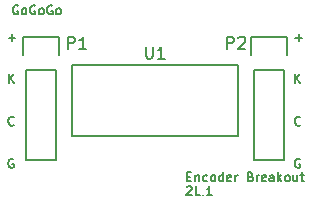
<source format=gto>
G04 #@! TF.FileFunction,Legend,Top*
%FSLAX46Y46*%
G04 Gerber Fmt 4.6, Leading zero omitted, Abs format (unit mm)*
G04 Created by KiCad (PCBNEW 4.0.1-2.201512121406+6195~38~ubuntu14.04.1-stable) date Tue 19 Apr 2016 08:35:01 PM CEST*
%MOMM*%
G01*
G04 APERTURE LIST*
%ADD10C,0.150000*%
%ADD11C,0.127000*%
G04 APERTURE END LIST*
D10*
D11*
X123516571Y-75819000D02*
X123444000Y-75782714D01*
X123335143Y-75782714D01*
X123226286Y-75819000D01*
X123153714Y-75891571D01*
X123117429Y-75964143D01*
X123081143Y-76109286D01*
X123081143Y-76218143D01*
X123117429Y-76363286D01*
X123153714Y-76435857D01*
X123226286Y-76508429D01*
X123335143Y-76544714D01*
X123407714Y-76544714D01*
X123516571Y-76508429D01*
X123552857Y-76472143D01*
X123552857Y-76218143D01*
X123407714Y-76218143D01*
X123988286Y-76544714D02*
X123915714Y-76508429D01*
X123879429Y-76472143D01*
X123843143Y-76399571D01*
X123843143Y-76181857D01*
X123879429Y-76109286D01*
X123915714Y-76073000D01*
X123988286Y-76036714D01*
X124097143Y-76036714D01*
X124169714Y-76073000D01*
X124206000Y-76109286D01*
X124242286Y-76181857D01*
X124242286Y-76399571D01*
X124206000Y-76472143D01*
X124169714Y-76508429D01*
X124097143Y-76544714D01*
X123988286Y-76544714D01*
X124968000Y-75819000D02*
X124895429Y-75782714D01*
X124786572Y-75782714D01*
X124677715Y-75819000D01*
X124605143Y-75891571D01*
X124568858Y-75964143D01*
X124532572Y-76109286D01*
X124532572Y-76218143D01*
X124568858Y-76363286D01*
X124605143Y-76435857D01*
X124677715Y-76508429D01*
X124786572Y-76544714D01*
X124859143Y-76544714D01*
X124968000Y-76508429D01*
X125004286Y-76472143D01*
X125004286Y-76218143D01*
X124859143Y-76218143D01*
X125439715Y-76544714D02*
X125367143Y-76508429D01*
X125330858Y-76472143D01*
X125294572Y-76399571D01*
X125294572Y-76181857D01*
X125330858Y-76109286D01*
X125367143Y-76073000D01*
X125439715Y-76036714D01*
X125548572Y-76036714D01*
X125621143Y-76073000D01*
X125657429Y-76109286D01*
X125693715Y-76181857D01*
X125693715Y-76399571D01*
X125657429Y-76472143D01*
X125621143Y-76508429D01*
X125548572Y-76544714D01*
X125439715Y-76544714D01*
X126419429Y-75819000D02*
X126346858Y-75782714D01*
X126238001Y-75782714D01*
X126129144Y-75819000D01*
X126056572Y-75891571D01*
X126020287Y-75964143D01*
X125984001Y-76109286D01*
X125984001Y-76218143D01*
X126020287Y-76363286D01*
X126056572Y-76435857D01*
X126129144Y-76508429D01*
X126238001Y-76544714D01*
X126310572Y-76544714D01*
X126419429Y-76508429D01*
X126455715Y-76472143D01*
X126455715Y-76218143D01*
X126310572Y-76218143D01*
X126891144Y-76544714D02*
X126818572Y-76508429D01*
X126782287Y-76472143D01*
X126746001Y-76399571D01*
X126746001Y-76181857D01*
X126782287Y-76109286D01*
X126818572Y-76073000D01*
X126891144Y-76036714D01*
X127000001Y-76036714D01*
X127072572Y-76073000D01*
X127108858Y-76109286D01*
X127145144Y-76181857D01*
X127145144Y-76399571D01*
X127108858Y-76472143D01*
X127072572Y-76508429D01*
X127000001Y-76544714D01*
X126891144Y-76544714D01*
X137849429Y-90280671D02*
X138103429Y-90280671D01*
X138212286Y-90679814D02*
X137849429Y-90679814D01*
X137849429Y-89917814D01*
X138212286Y-89917814D01*
X138538858Y-90171814D02*
X138538858Y-90679814D01*
X138538858Y-90244386D02*
X138575143Y-90208100D01*
X138647715Y-90171814D01*
X138756572Y-90171814D01*
X138829143Y-90208100D01*
X138865429Y-90280671D01*
X138865429Y-90679814D01*
X139554858Y-90643529D02*
X139482287Y-90679814D01*
X139337144Y-90679814D01*
X139264572Y-90643529D01*
X139228287Y-90607243D01*
X139192001Y-90534671D01*
X139192001Y-90316957D01*
X139228287Y-90244386D01*
X139264572Y-90208100D01*
X139337144Y-90171814D01*
X139482287Y-90171814D01*
X139554858Y-90208100D01*
X139990287Y-90679814D02*
X139917715Y-90643529D01*
X139881430Y-90607243D01*
X139845144Y-90534671D01*
X139845144Y-90316957D01*
X139881430Y-90244386D01*
X139917715Y-90208100D01*
X139990287Y-90171814D01*
X140099144Y-90171814D01*
X140171715Y-90208100D01*
X140208001Y-90244386D01*
X140244287Y-90316957D01*
X140244287Y-90534671D01*
X140208001Y-90607243D01*
X140171715Y-90643529D01*
X140099144Y-90679814D01*
X139990287Y-90679814D01*
X140897430Y-90679814D02*
X140897430Y-89917814D01*
X140897430Y-90643529D02*
X140824859Y-90679814D01*
X140679716Y-90679814D01*
X140607144Y-90643529D01*
X140570859Y-90607243D01*
X140534573Y-90534671D01*
X140534573Y-90316957D01*
X140570859Y-90244386D01*
X140607144Y-90208100D01*
X140679716Y-90171814D01*
X140824859Y-90171814D01*
X140897430Y-90208100D01*
X141550573Y-90643529D02*
X141478002Y-90679814D01*
X141332859Y-90679814D01*
X141260288Y-90643529D01*
X141224002Y-90570957D01*
X141224002Y-90280671D01*
X141260288Y-90208100D01*
X141332859Y-90171814D01*
X141478002Y-90171814D01*
X141550573Y-90208100D01*
X141586859Y-90280671D01*
X141586859Y-90353243D01*
X141224002Y-90425814D01*
X141913431Y-90679814D02*
X141913431Y-90171814D01*
X141913431Y-90316957D02*
X141949716Y-90244386D01*
X141986002Y-90208100D01*
X142058573Y-90171814D01*
X142131145Y-90171814D01*
X143219716Y-90280671D02*
X143328573Y-90316957D01*
X143364858Y-90353243D01*
X143401144Y-90425814D01*
X143401144Y-90534671D01*
X143364858Y-90607243D01*
X143328573Y-90643529D01*
X143256001Y-90679814D01*
X142965716Y-90679814D01*
X142965716Y-89917814D01*
X143219716Y-89917814D01*
X143292287Y-89954100D01*
X143328573Y-89990386D01*
X143364858Y-90062957D01*
X143364858Y-90135529D01*
X143328573Y-90208100D01*
X143292287Y-90244386D01*
X143219716Y-90280671D01*
X142965716Y-90280671D01*
X143727716Y-90679814D02*
X143727716Y-90171814D01*
X143727716Y-90316957D02*
X143764001Y-90244386D01*
X143800287Y-90208100D01*
X143872858Y-90171814D01*
X143945430Y-90171814D01*
X144489715Y-90643529D02*
X144417144Y-90679814D01*
X144272001Y-90679814D01*
X144199430Y-90643529D01*
X144163144Y-90570957D01*
X144163144Y-90280671D01*
X144199430Y-90208100D01*
X144272001Y-90171814D01*
X144417144Y-90171814D01*
X144489715Y-90208100D01*
X144526001Y-90280671D01*
X144526001Y-90353243D01*
X144163144Y-90425814D01*
X145179144Y-90679814D02*
X145179144Y-90280671D01*
X145142858Y-90208100D01*
X145070287Y-90171814D01*
X144925144Y-90171814D01*
X144852573Y-90208100D01*
X145179144Y-90643529D02*
X145106573Y-90679814D01*
X144925144Y-90679814D01*
X144852573Y-90643529D01*
X144816287Y-90570957D01*
X144816287Y-90498386D01*
X144852573Y-90425814D01*
X144925144Y-90389529D01*
X145106573Y-90389529D01*
X145179144Y-90353243D01*
X145542002Y-90679814D02*
X145542002Y-89917814D01*
X145614573Y-90389529D02*
X145832287Y-90679814D01*
X145832287Y-90171814D02*
X145542002Y-90462100D01*
X146267716Y-90679814D02*
X146195144Y-90643529D01*
X146158859Y-90607243D01*
X146122573Y-90534671D01*
X146122573Y-90316957D01*
X146158859Y-90244386D01*
X146195144Y-90208100D01*
X146267716Y-90171814D01*
X146376573Y-90171814D01*
X146449144Y-90208100D01*
X146485430Y-90244386D01*
X146521716Y-90316957D01*
X146521716Y-90534671D01*
X146485430Y-90607243D01*
X146449144Y-90643529D01*
X146376573Y-90679814D01*
X146267716Y-90679814D01*
X147174859Y-90171814D02*
X147174859Y-90679814D01*
X146848288Y-90171814D02*
X146848288Y-90570957D01*
X146884573Y-90643529D01*
X146957145Y-90679814D01*
X147066002Y-90679814D01*
X147138573Y-90643529D01*
X147174859Y-90607243D01*
X147428859Y-90171814D02*
X147719145Y-90171814D01*
X147537717Y-89917814D02*
X147537717Y-90570957D01*
X147574002Y-90643529D01*
X147646574Y-90679814D01*
X147719145Y-90679814D01*
X137813143Y-91184186D02*
X137849429Y-91147900D01*
X137922000Y-91111614D01*
X138103429Y-91111614D01*
X138176000Y-91147900D01*
X138212286Y-91184186D01*
X138248571Y-91256757D01*
X138248571Y-91329329D01*
X138212286Y-91438186D01*
X137776857Y-91873614D01*
X138248571Y-91873614D01*
X138938000Y-91873614D02*
X138575143Y-91873614D01*
X138575143Y-91111614D01*
X139192000Y-91801043D02*
X139228285Y-91837329D01*
X139192000Y-91873614D01*
X139155714Y-91837329D01*
X139192000Y-91801043D01*
X139192000Y-91873614D01*
X139953999Y-91873614D02*
X139518571Y-91873614D01*
X139736285Y-91873614D02*
X139736285Y-91111614D01*
X139663714Y-91220471D01*
X139591142Y-91293043D01*
X139518571Y-91329329D01*
X146993429Y-78502329D02*
X147574000Y-78502329D01*
X147283714Y-78792614D02*
X147283714Y-78212043D01*
X146993429Y-82374014D02*
X146993429Y-81612014D01*
X147428857Y-82374014D02*
X147102286Y-81938586D01*
X147428857Y-81612014D02*
X146993429Y-82047443D01*
X147428857Y-85882843D02*
X147392571Y-85919129D01*
X147283714Y-85955414D01*
X147211143Y-85955414D01*
X147102286Y-85919129D01*
X147029714Y-85846557D01*
X146993429Y-85773986D01*
X146957143Y-85628843D01*
X146957143Y-85519986D01*
X146993429Y-85374843D01*
X147029714Y-85302271D01*
X147102286Y-85229700D01*
X147211143Y-85193414D01*
X147283714Y-85193414D01*
X147392571Y-85229700D01*
X147428857Y-85265986D01*
X147392571Y-88811100D02*
X147320000Y-88774814D01*
X147211143Y-88774814D01*
X147102286Y-88811100D01*
X147029714Y-88883671D01*
X146993429Y-88956243D01*
X146957143Y-89101386D01*
X146957143Y-89210243D01*
X146993429Y-89355386D01*
X147029714Y-89427957D01*
X147102286Y-89500529D01*
X147211143Y-89536814D01*
X147283714Y-89536814D01*
X147392571Y-89500529D01*
X147428857Y-89464243D01*
X147428857Y-89210243D01*
X147283714Y-89210243D01*
X122736429Y-78502329D02*
X123317000Y-78502329D01*
X123026714Y-78792614D02*
X123026714Y-78212043D01*
X122736429Y-82374014D02*
X122736429Y-81612014D01*
X123171857Y-82374014D02*
X122845286Y-81938586D01*
X123171857Y-81612014D02*
X122736429Y-82047443D01*
X123171857Y-85882843D02*
X123135571Y-85919129D01*
X123026714Y-85955414D01*
X122954143Y-85955414D01*
X122845286Y-85919129D01*
X122772714Y-85846557D01*
X122736429Y-85773986D01*
X122700143Y-85628843D01*
X122700143Y-85519986D01*
X122736429Y-85374843D01*
X122772714Y-85302271D01*
X122845286Y-85229700D01*
X122954143Y-85193414D01*
X123026714Y-85193414D01*
X123135571Y-85229700D01*
X123171857Y-85265986D01*
X123135571Y-88811100D02*
X123063000Y-88774814D01*
X122954143Y-88774814D01*
X122845286Y-88811100D01*
X122772714Y-88883671D01*
X122736429Y-88956243D01*
X122700143Y-89101386D01*
X122700143Y-89210243D01*
X122736429Y-89355386D01*
X122772714Y-89427957D01*
X122845286Y-89500529D01*
X122954143Y-89536814D01*
X123026714Y-89536814D01*
X123135571Y-89500529D01*
X123171857Y-89464243D01*
X123171857Y-89210243D01*
X123026714Y-89210243D01*
D10*
X124206000Y-81280000D02*
X124206000Y-88900000D01*
X126746000Y-81280000D02*
X126746000Y-88900000D01*
X127026000Y-78460000D02*
X127026000Y-80010000D01*
X124206000Y-88900000D02*
X126746000Y-88900000D01*
X126746000Y-81280000D02*
X124206000Y-81280000D01*
X123926000Y-80010000D02*
X123926000Y-78460000D01*
X123926000Y-78460000D02*
X127026000Y-78460000D01*
X143510000Y-81280000D02*
X143510000Y-88900000D01*
X146050000Y-81280000D02*
X146050000Y-88900000D01*
X146330000Y-78460000D02*
X146330000Y-80010000D01*
X143510000Y-88900000D02*
X146050000Y-88900000D01*
X146050000Y-81280000D02*
X143510000Y-81280000D01*
X143230000Y-80010000D02*
X143230000Y-78460000D01*
X143230000Y-78460000D02*
X146330000Y-78460000D01*
X142128000Y-86820000D02*
X128128000Y-86820000D01*
X128128000Y-86820000D02*
X128128000Y-80820000D01*
X128128000Y-80820000D02*
X142128000Y-80820000D01*
X142128000Y-80820000D02*
X142128000Y-86820000D01*
X127785905Y-79446381D02*
X127785905Y-78446381D01*
X128166858Y-78446381D01*
X128262096Y-78494000D01*
X128309715Y-78541619D01*
X128357334Y-78636857D01*
X128357334Y-78779714D01*
X128309715Y-78874952D01*
X128262096Y-78922571D01*
X128166858Y-78970190D01*
X127785905Y-78970190D01*
X129309715Y-79446381D02*
X128738286Y-79446381D01*
X129024000Y-79446381D02*
X129024000Y-78446381D01*
X128928762Y-78589238D01*
X128833524Y-78684476D01*
X128738286Y-78732095D01*
X141247905Y-79446381D02*
X141247905Y-78446381D01*
X141628858Y-78446381D01*
X141724096Y-78494000D01*
X141771715Y-78541619D01*
X141819334Y-78636857D01*
X141819334Y-78779714D01*
X141771715Y-78874952D01*
X141724096Y-78922571D01*
X141628858Y-78970190D01*
X141247905Y-78970190D01*
X142200286Y-78541619D02*
X142247905Y-78494000D01*
X142343143Y-78446381D01*
X142581239Y-78446381D01*
X142676477Y-78494000D01*
X142724096Y-78541619D01*
X142771715Y-78636857D01*
X142771715Y-78732095D01*
X142724096Y-78874952D01*
X142152667Y-79446381D01*
X142771715Y-79446381D01*
X134368635Y-79279501D02*
X134368635Y-80089025D01*
X134416254Y-80184263D01*
X134463873Y-80231882D01*
X134559111Y-80279501D01*
X134749588Y-80279501D01*
X134844826Y-80231882D01*
X134892445Y-80184263D01*
X134940064Y-80089025D01*
X134940064Y-79279501D01*
X135940064Y-80279501D02*
X135368635Y-80279501D01*
X135654349Y-80279501D02*
X135654349Y-79279501D01*
X135559111Y-79422358D01*
X135463873Y-79517596D01*
X135368635Y-79565215D01*
M02*

</source>
